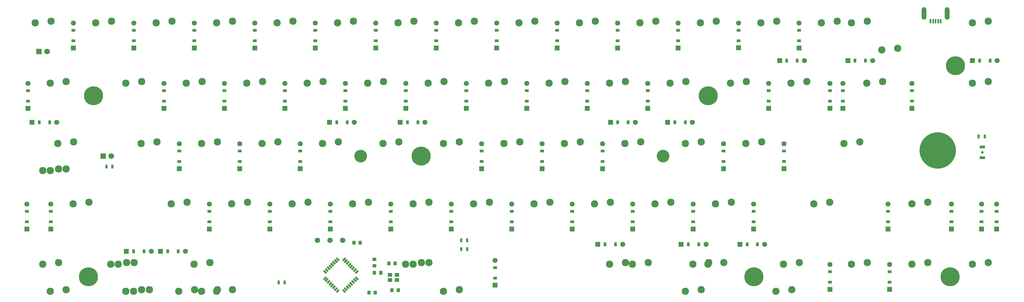
<source format=gbs>
G04 #@! TF.GenerationSoftware,KiCad,Pcbnew,(5.1.12)-1*
G04 #@! TF.CreationDate,2021-12-15T00:33:09-05:00*
G04 #@! TF.ProjectId,alps66,616c7073-3636-42e6-9b69-6361645f7063,F*
G04 #@! TF.SameCoordinates,Original*
G04 #@! TF.FileFunction,Soldermask,Bot*
G04 #@! TF.FilePolarity,Negative*
%FSLAX46Y46*%
G04 Gerber Fmt 4.6, Leading zero omitted, Abs format (unit mm)*
G04 Created by KiCad (PCBNEW (5.1.12)-1) date 2021-12-15 00:33:09*
%MOMM*%
%LPD*%
G01*
G04 APERTURE LIST*
%ADD10C,2.300000*%
%ADD11R,0.900000X1.200000*%
%ADD12R,1.600000X1.600000*%
%ADD13C,1.600000*%
%ADD14C,0.100000*%
%ADD15C,1.700000*%
%ADD16C,11.500000*%
%ADD17C,4.000000*%
%ADD18C,6.000000*%
%ADD19R,0.500000X1.400000*%
%ADD20O,1.500000X4.000000*%
%ADD21R,1.000000X1.250000*%
%ADD22R,0.700000X1.300000*%
%ADD23R,1.700000X0.900000*%
%ADD24C,0.800000*%
%ADD25R,1.400000X1.200000*%
%ADD26R,1.800000X1.800000*%
%ADD27C,1.800000*%
%ADD28R,1.200000X0.900000*%
%ADD29R,1.250000X1.000000*%
G04 APERTURE END LIST*
D10*
X223718750Y-110300000D03*
X228718750Y-109800000D03*
X242768750Y-110300000D03*
X247768750Y-109800000D03*
X247531250Y-110300000D03*
X252531250Y-109800000D03*
X152281250Y-110300000D03*
X157281250Y-109800000D03*
X154662500Y-110300000D03*
X159662500Y-109800000D03*
X97750000Y-118300000D03*
X92750000Y-118800000D03*
X92987500Y-118300000D03*
X87987500Y-118800000D03*
X85606250Y-110300000D03*
X90606250Y-109800000D03*
X71556250Y-118300000D03*
X66556250Y-118800000D03*
X69175000Y-118300000D03*
X64175000Y-118800000D03*
X61793750Y-110300000D03*
X66793750Y-109800000D03*
X42743750Y-72200000D03*
X47743750Y-71700000D03*
X45362500Y-80200000D03*
X40362500Y-80700000D03*
X45362500Y-118300000D03*
X40362500Y-118800000D03*
X292775000Y-34100000D03*
X297775000Y-33600000D03*
X271343750Y-110300000D03*
X276343750Y-109800000D03*
X216575000Y-110300000D03*
X221575000Y-109800000D03*
X207050000Y-34100000D03*
X212050000Y-33600000D03*
X188000000Y-34100000D03*
X193000000Y-33600000D03*
X197525000Y-53150000D03*
X202525000Y-52650000D03*
X183237500Y-72200000D03*
X188237500Y-71700000D03*
X164187500Y-72200000D03*
X169187500Y-71700000D03*
X173712500Y-91250000D03*
X178712500Y-90750000D03*
X154662500Y-91250000D03*
X159662500Y-90750000D03*
X245387500Y-118300000D03*
X240387500Y-118800000D03*
X168950000Y-34100000D03*
X173950000Y-33600000D03*
X149900000Y-34100000D03*
X154900000Y-33600000D03*
X178475000Y-53150000D03*
X183475000Y-52650000D03*
X159425000Y-53150000D03*
X164425000Y-52650000D03*
X145137500Y-72200000D03*
X150137500Y-71700000D03*
X135612500Y-91250000D03*
X140612500Y-90750000D03*
X116562500Y-91250000D03*
X121562500Y-90750000D03*
X169187500Y-118300000D03*
X164187500Y-118800000D03*
X130850000Y-34100000D03*
X135850000Y-33600000D03*
X111800000Y-34100000D03*
X116800000Y-33600000D03*
X140375000Y-53150000D03*
X145375000Y-52650000D03*
X121325000Y-53150000D03*
X126325000Y-52650000D03*
X126087500Y-72200000D03*
X131087500Y-71700000D03*
X107037500Y-72200000D03*
X112037500Y-71700000D03*
X97512500Y-91250000D03*
X102512500Y-90750000D03*
X85843750Y-118300000D03*
X80843750Y-118800000D03*
X92750000Y-34100000D03*
X97750000Y-33600000D03*
X73700000Y-34100000D03*
X78700000Y-33600000D03*
X102275000Y-53150000D03*
X107275000Y-52650000D03*
X83225000Y-53150000D03*
X88225000Y-52650000D03*
X87987500Y-72200000D03*
X92987500Y-71700000D03*
X78462500Y-91250000D03*
X83462500Y-90750000D03*
X59412500Y-110300000D03*
X64412500Y-109800000D03*
X54650000Y-34100000D03*
X59650000Y-33600000D03*
X35600000Y-34100000D03*
X40600000Y-33600000D03*
X64175000Y-53150000D03*
X69175000Y-52650000D03*
X40362500Y-53150000D03*
X45362500Y-52650000D03*
X68937500Y-72200000D03*
X73937500Y-71700000D03*
X42981250Y-80200000D03*
X37981250Y-80700000D03*
X47506250Y-91250000D03*
X52506250Y-90750000D03*
X37981250Y-110300000D03*
X42981250Y-109800000D03*
X330875000Y-110300000D03*
X335875000Y-109800000D03*
X307300000Y-42100000D03*
X302300000Y-42600000D03*
X283250000Y-34100000D03*
X288250000Y-33600000D03*
X273725000Y-53150000D03*
X278725000Y-52650000D03*
X297537500Y-53150000D03*
X302537500Y-52650000D03*
X290393750Y-72200000D03*
X295393750Y-71700000D03*
X311825000Y-91250000D03*
X316825000Y-90750000D03*
X280868750Y-91250000D03*
X285868750Y-90750000D03*
X311825000Y-110300000D03*
X316825000Y-109800000D03*
X330875000Y-53150000D03*
X335875000Y-52650000D03*
X264200000Y-34100000D03*
X269200000Y-33600000D03*
X254675000Y-53150000D03*
X259675000Y-52650000D03*
X235625000Y-53150000D03*
X240625000Y-52650000D03*
X259437500Y-72200000D03*
X264437500Y-71700000D03*
X240387500Y-72200000D03*
X245387500Y-71700000D03*
X249912500Y-91250000D03*
X254912500Y-90750000D03*
X230862500Y-91250000D03*
X235862500Y-90750000D03*
X292775000Y-110300000D03*
X297775000Y-109800000D03*
X330875000Y-34100000D03*
X335875000Y-33600000D03*
X245150000Y-34100000D03*
X250150000Y-33600000D03*
X226100000Y-34100000D03*
X231100000Y-33600000D03*
X216575000Y-53150000D03*
X221575000Y-52650000D03*
X221337500Y-72200000D03*
X226337500Y-71700000D03*
X202287500Y-72200000D03*
X207287500Y-71700000D03*
X211812500Y-91250000D03*
X216812500Y-90750000D03*
X192762500Y-91250000D03*
X197762500Y-90750000D03*
X273962500Y-118300000D03*
X268962500Y-118800000D03*
D11*
X80650000Y-106250000D03*
X77350000Y-106250000D03*
D12*
X75100000Y-106250000D03*
D13*
X82900000Y-106250000D03*
D14*
G36*
X137508999Y-114924937D02*
G01*
X137084735Y-115349201D01*
X136236207Y-114500673D01*
X136660471Y-114076409D01*
X137508999Y-114924937D01*
G37*
G36*
X136943313Y-115490622D02*
G01*
X136519049Y-115914886D01*
X135670521Y-115066358D01*
X136094785Y-114642094D01*
X136943313Y-115490622D01*
G37*
G36*
X136377628Y-116056308D02*
G01*
X135953364Y-116480572D01*
X135104836Y-115632044D01*
X135529100Y-115207780D01*
X136377628Y-116056308D01*
G37*
G36*
X135811943Y-116621993D02*
G01*
X135387679Y-117046257D01*
X134539151Y-116197729D01*
X134963415Y-115773465D01*
X135811943Y-116621993D01*
G37*
G36*
X135246257Y-117187679D02*
G01*
X134821993Y-117611943D01*
X133973465Y-116763415D01*
X134397729Y-116339151D01*
X135246257Y-117187679D01*
G37*
G36*
X134680572Y-117753364D02*
G01*
X134256308Y-118177628D01*
X133407780Y-117329100D01*
X133832044Y-116904836D01*
X134680572Y-117753364D01*
G37*
G36*
X134114886Y-118319049D02*
G01*
X133690622Y-118743313D01*
X132842094Y-117894785D01*
X133266358Y-117470521D01*
X134114886Y-118319049D01*
G37*
G36*
X133549201Y-118884735D02*
G01*
X133124937Y-119308999D01*
X132276409Y-118460471D01*
X132700673Y-118036207D01*
X133549201Y-118884735D01*
G37*
G36*
X130650063Y-119308999D02*
G01*
X130225799Y-118884735D01*
X131074327Y-118036207D01*
X131498591Y-118460471D01*
X130650063Y-119308999D01*
G37*
G36*
X130084378Y-118743313D02*
G01*
X129660114Y-118319049D01*
X130508642Y-117470521D01*
X130932906Y-117894785D01*
X130084378Y-118743313D01*
G37*
G36*
X129518692Y-118177628D02*
G01*
X129094428Y-117753364D01*
X129942956Y-116904836D01*
X130367220Y-117329100D01*
X129518692Y-118177628D01*
G37*
G36*
X128953007Y-117611943D02*
G01*
X128528743Y-117187679D01*
X129377271Y-116339151D01*
X129801535Y-116763415D01*
X128953007Y-117611943D01*
G37*
G36*
X128387321Y-117046257D02*
G01*
X127963057Y-116621993D01*
X128811585Y-115773465D01*
X129235849Y-116197729D01*
X128387321Y-117046257D01*
G37*
G36*
X127821636Y-116480572D02*
G01*
X127397372Y-116056308D01*
X128245900Y-115207780D01*
X128670164Y-115632044D01*
X127821636Y-116480572D01*
G37*
G36*
X127255951Y-115914886D02*
G01*
X126831687Y-115490622D01*
X127680215Y-114642094D01*
X128104479Y-115066358D01*
X127255951Y-115914886D01*
G37*
G36*
X126690265Y-115349201D02*
G01*
X126266001Y-114924937D01*
X127114529Y-114076409D01*
X127538793Y-114500673D01*
X126690265Y-115349201D01*
G37*
G36*
X127538793Y-112874327D02*
G01*
X127114529Y-113298591D01*
X126266001Y-112450063D01*
X126690265Y-112025799D01*
X127538793Y-112874327D01*
G37*
G36*
X128104479Y-112308642D02*
G01*
X127680215Y-112732906D01*
X126831687Y-111884378D01*
X127255951Y-111460114D01*
X128104479Y-112308642D01*
G37*
G36*
X128670164Y-111742956D02*
G01*
X128245900Y-112167220D01*
X127397372Y-111318692D01*
X127821636Y-110894428D01*
X128670164Y-111742956D01*
G37*
G36*
X129235849Y-111177271D02*
G01*
X128811585Y-111601535D01*
X127963057Y-110753007D01*
X128387321Y-110328743D01*
X129235849Y-111177271D01*
G37*
G36*
X129801535Y-110611585D02*
G01*
X129377271Y-111035849D01*
X128528743Y-110187321D01*
X128953007Y-109763057D01*
X129801535Y-110611585D01*
G37*
G36*
X130367220Y-110045900D02*
G01*
X129942956Y-110470164D01*
X129094428Y-109621636D01*
X129518692Y-109197372D01*
X130367220Y-110045900D01*
G37*
G36*
X130932906Y-109480215D02*
G01*
X130508642Y-109904479D01*
X129660114Y-109055951D01*
X130084378Y-108631687D01*
X130932906Y-109480215D01*
G37*
G36*
X131498591Y-108914529D02*
G01*
X131074327Y-109338793D01*
X130225799Y-108490265D01*
X130650063Y-108066001D01*
X131498591Y-108914529D01*
G37*
G36*
X132700673Y-109338793D02*
G01*
X132276409Y-108914529D01*
X133124937Y-108066001D01*
X133549201Y-108490265D01*
X132700673Y-109338793D01*
G37*
G36*
X133266358Y-109904479D02*
G01*
X132842094Y-109480215D01*
X133690622Y-108631687D01*
X134114886Y-109055951D01*
X133266358Y-109904479D01*
G37*
G36*
X133832044Y-110470164D02*
G01*
X133407780Y-110045900D01*
X134256308Y-109197372D01*
X134680572Y-109621636D01*
X133832044Y-110470164D01*
G37*
G36*
X134397729Y-111035849D02*
G01*
X133973465Y-110611585D01*
X134821993Y-109763057D01*
X135246257Y-110187321D01*
X134397729Y-111035849D01*
G37*
G36*
X134963415Y-111601535D02*
G01*
X134539151Y-111177271D01*
X135387679Y-110328743D01*
X135811943Y-110753007D01*
X134963415Y-111601535D01*
G37*
G36*
X135529100Y-112167220D02*
G01*
X135104836Y-111742956D01*
X135953364Y-110894428D01*
X136377628Y-111318692D01*
X135529100Y-112167220D01*
G37*
G36*
X136094785Y-112732906D02*
G01*
X135670521Y-112308642D01*
X136519049Y-111460114D01*
X136943313Y-111884378D01*
X136094785Y-112732906D01*
G37*
G36*
X136660471Y-113298591D02*
G01*
X136236207Y-112874327D01*
X137084735Y-112025799D01*
X137508999Y-112450063D01*
X136660471Y-113298591D01*
G37*
D15*
X132500000Y-102750000D03*
D16*
X319950000Y-74350000D03*
D17*
X138112500Y-76187500D03*
X233362500Y-76187500D03*
D18*
X247650000Y-57150000D03*
X157162500Y-76200000D03*
X52387500Y-114287500D03*
X323850000Y-114300000D03*
X262000000Y-114300000D03*
X325500000Y-47625000D03*
X54000000Y-57137500D03*
D19*
X317650000Y-33537500D03*
X318450000Y-33537500D03*
X319250000Y-33537500D03*
X320050000Y-33537500D03*
X320850000Y-33537500D03*
D20*
X315600000Y-31137500D03*
X322900000Y-31137500D03*
D15*
X128500000Y-102750000D03*
X124500000Y-102750000D03*
D21*
X136000000Y-103500000D03*
X138000000Y-103500000D03*
X148000000Y-118500000D03*
X150000000Y-118500000D03*
X147000000Y-110000000D03*
X149000000Y-110000000D03*
X140750000Y-119250000D03*
X142750000Y-119250000D03*
X142500000Y-113000000D03*
X144500000Y-113000000D03*
D22*
X171700000Y-102750000D03*
X169800000Y-102750000D03*
X171700000Y-105500000D03*
X169800000Y-105500000D03*
X114200000Y-116000000D03*
X112300000Y-116000000D03*
X58050000Y-79500000D03*
X59950000Y-79500000D03*
D23*
X334000000Y-73300000D03*
X334000000Y-76700000D03*
D24*
X334000000Y-75000000D03*
D25*
X147400000Y-113700000D03*
X149600000Y-113700000D03*
X149600000Y-115300000D03*
X147400000Y-115300000D03*
D22*
X332800000Y-70000000D03*
X334700000Y-70000000D03*
D26*
X36830000Y-43180000D03*
D27*
X39370000Y-43180000D03*
D26*
X57000000Y-76200000D03*
D27*
X59540000Y-76200000D03*
D13*
X265400000Y-104000000D03*
D12*
X257600000Y-104000000D03*
D11*
X259850000Y-104000000D03*
X263150000Y-104000000D03*
D13*
X204787500Y-91350000D03*
D12*
X204787500Y-99150000D03*
D28*
X204787500Y-96900000D03*
X204787500Y-93600000D03*
X223837500Y-93600000D03*
X223837500Y-96900000D03*
D12*
X223837500Y-99150000D03*
D13*
X223837500Y-91350000D03*
X214312500Y-72300000D03*
D12*
X214312500Y-80100000D03*
D28*
X214312500Y-77850000D03*
X214312500Y-74550000D03*
D13*
X224650000Y-65500000D03*
D12*
X216850000Y-65500000D03*
D11*
X219100000Y-65500000D03*
X222400000Y-65500000D03*
D28*
X228600000Y-55500000D03*
X228600000Y-58800000D03*
D12*
X228600000Y-61050000D03*
D13*
X228600000Y-53250000D03*
X238125000Y-34200000D03*
D12*
X238125000Y-42000000D03*
D28*
X238125000Y-39750000D03*
X238125000Y-36450000D03*
X257162500Y-36437500D03*
X257162500Y-39737500D03*
D12*
X257162500Y-41987500D03*
D13*
X257162500Y-34187500D03*
D11*
X336400000Y-46000000D03*
X333100000Y-46000000D03*
D12*
X330850000Y-46000000D03*
D13*
X338650000Y-46000000D03*
D28*
X286000000Y-112650000D03*
X286000000Y-115950000D03*
D12*
X286000000Y-118200000D03*
D13*
X286000000Y-110400000D03*
D28*
X242887500Y-93600000D03*
X242887500Y-96900000D03*
D12*
X242887500Y-99150000D03*
D13*
X242887500Y-91350000D03*
D28*
X261937500Y-93600000D03*
X261937500Y-96900000D03*
D12*
X261937500Y-99150000D03*
D13*
X261937500Y-91350000D03*
D28*
X252412500Y-74550000D03*
X252412500Y-77850000D03*
D12*
X252412500Y-80100000D03*
D13*
X252412500Y-72300000D03*
X271462500Y-72300000D03*
D12*
X271462500Y-80100000D03*
D28*
X271462500Y-77850000D03*
X271462500Y-74550000D03*
D11*
X240400000Y-65500000D03*
X237100000Y-65500000D03*
D12*
X234850000Y-65500000D03*
D13*
X242650000Y-65500000D03*
D28*
X266700000Y-55500000D03*
X266700000Y-58800000D03*
D12*
X266700000Y-61050000D03*
D13*
X266700000Y-53250000D03*
D28*
X276225000Y-36450000D03*
X276225000Y-39750000D03*
D12*
X276225000Y-42000000D03*
D13*
X276225000Y-34200000D03*
D28*
X338500000Y-93600000D03*
X338500000Y-96900000D03*
D12*
X338500000Y-99150000D03*
D13*
X338500000Y-91350000D03*
X304800000Y-110400000D03*
D12*
X304800000Y-118200000D03*
D28*
X304800000Y-115950000D03*
X304800000Y-112650000D03*
D13*
X304250000Y-91350000D03*
D12*
X304250000Y-99150000D03*
D28*
X304250000Y-96900000D03*
X304250000Y-93600000D03*
X324250000Y-93600000D03*
X324250000Y-96900000D03*
D12*
X324250000Y-99150000D03*
D13*
X324250000Y-91350000D03*
D28*
X290000000Y-55500000D03*
X290000000Y-58800000D03*
D12*
X290000000Y-61050000D03*
D13*
X290000000Y-53250000D03*
X286000000Y-53250000D03*
D12*
X286000000Y-61050000D03*
D28*
X286000000Y-58800000D03*
X286000000Y-55500000D03*
D11*
X275650000Y-46000000D03*
X272350000Y-46000000D03*
D12*
X270100000Y-46000000D03*
D13*
X277900000Y-46000000D03*
D11*
X297150000Y-46000000D03*
X293850000Y-46000000D03*
D12*
X291600000Y-46000000D03*
D13*
X299400000Y-46000000D03*
D28*
X311750000Y-55500000D03*
X311750000Y-58800000D03*
D12*
X311750000Y-61050000D03*
D13*
X311750000Y-53250000D03*
X333750000Y-91350000D03*
D12*
X333750000Y-99150000D03*
D28*
X333750000Y-96900000D03*
X333750000Y-93600000D03*
X33000000Y-93600000D03*
X33000000Y-96900000D03*
D12*
X33000000Y-99150000D03*
D13*
X33000000Y-91350000D03*
D28*
X40481250Y-93600000D03*
X40481250Y-96900000D03*
D12*
X40481250Y-99150000D03*
D13*
X40481250Y-91350000D03*
D11*
X40150000Y-65500000D03*
X36850000Y-65500000D03*
D12*
X34600000Y-65500000D03*
D13*
X42400000Y-65500000D03*
X80962500Y-72300000D03*
D12*
X80962500Y-80100000D03*
D28*
X80962500Y-77850000D03*
X80962500Y-74550000D03*
D13*
X33337500Y-53250000D03*
D12*
X33337500Y-61050000D03*
D28*
X33337500Y-58800000D03*
X33337500Y-55500000D03*
X76200000Y-55500000D03*
X76200000Y-58800000D03*
D12*
X76200000Y-61050000D03*
D13*
X76200000Y-53250000D03*
D28*
X47625000Y-36450000D03*
X47625000Y-39750000D03*
D12*
X47625000Y-42000000D03*
D13*
X47625000Y-34200000D03*
X66675000Y-34200000D03*
D12*
X66675000Y-42000000D03*
D28*
X66675000Y-39750000D03*
X66675000Y-36450000D03*
D13*
X220650000Y-104000000D03*
D12*
X212850000Y-104000000D03*
D11*
X215100000Y-104000000D03*
X218400000Y-104000000D03*
D13*
X72150000Y-106250000D03*
D12*
X64350000Y-106250000D03*
D11*
X66600000Y-106250000D03*
X69900000Y-106250000D03*
D13*
X90487500Y-91350000D03*
D12*
X90487500Y-99150000D03*
D28*
X90487500Y-96900000D03*
X90487500Y-93600000D03*
D13*
X100012500Y-72300000D03*
D12*
X100012500Y-80100000D03*
D28*
X100012500Y-77850000D03*
X100012500Y-74550000D03*
D13*
X95250000Y-53250000D03*
D12*
X95250000Y-61050000D03*
D28*
X95250000Y-58800000D03*
X95250000Y-55500000D03*
X114300000Y-55500000D03*
X114300000Y-58800000D03*
D12*
X114300000Y-61050000D03*
D13*
X114300000Y-53250000D03*
D28*
X85725000Y-36450000D03*
X85725000Y-39750000D03*
D12*
X85725000Y-42000000D03*
D13*
X85725000Y-34200000D03*
D28*
X104775000Y-36450000D03*
X104775000Y-39750000D03*
D12*
X104775000Y-42000000D03*
D13*
X104775000Y-34200000D03*
D28*
X109537500Y-93600000D03*
X109537500Y-96900000D03*
D12*
X109537500Y-99150000D03*
D13*
X109537500Y-91350000D03*
X119062500Y-72300000D03*
D12*
X119062500Y-80100000D03*
D28*
X119062500Y-77850000D03*
X119062500Y-74550000D03*
D11*
X133900000Y-65500000D03*
X130600000Y-65500000D03*
D12*
X128350000Y-65500000D03*
D13*
X136150000Y-65500000D03*
X133350000Y-53250000D03*
D12*
X133350000Y-61050000D03*
D28*
X133350000Y-58800000D03*
X133350000Y-55500000D03*
D13*
X152400000Y-53250000D03*
D12*
X152400000Y-61050000D03*
D28*
X152400000Y-58800000D03*
X152400000Y-55500000D03*
D13*
X123825000Y-34200000D03*
D12*
X123825000Y-42000000D03*
D28*
X123825000Y-39750000D03*
X123825000Y-36450000D03*
D13*
X142875000Y-34200000D03*
D12*
X142875000Y-42000000D03*
D28*
X142875000Y-39750000D03*
X142875000Y-36450000D03*
D13*
X180500000Y-109100000D03*
D12*
X180500000Y-116900000D03*
D28*
X180500000Y-114650000D03*
X180500000Y-111350000D03*
D13*
X128587500Y-91350000D03*
D12*
X128587500Y-99150000D03*
D28*
X128587500Y-96900000D03*
X128587500Y-93600000D03*
D13*
X147637500Y-91350000D03*
D12*
X147637500Y-99150000D03*
D28*
X147637500Y-96900000D03*
X147637500Y-93600000D03*
D13*
X158400000Y-65500000D03*
D12*
X150600000Y-65500000D03*
D11*
X152850000Y-65500000D03*
X156150000Y-65500000D03*
D13*
X171450000Y-53250000D03*
D12*
X171450000Y-61050000D03*
D28*
X171450000Y-58800000D03*
X171450000Y-55500000D03*
X190500000Y-55500000D03*
X190500000Y-58800000D03*
D12*
X190500000Y-61050000D03*
D13*
X190500000Y-53250000D03*
X161925000Y-34200000D03*
D12*
X161925000Y-42000000D03*
D28*
X161925000Y-39750000D03*
X161925000Y-36450000D03*
X180975000Y-36450000D03*
X180975000Y-39750000D03*
D12*
X180975000Y-42000000D03*
D13*
X180975000Y-34200000D03*
D11*
X244650000Y-104000000D03*
X241350000Y-104000000D03*
D12*
X239100000Y-104000000D03*
D13*
X246900000Y-104000000D03*
X166687500Y-91350000D03*
D12*
X166687500Y-99150000D03*
D28*
X166687500Y-96900000D03*
X166687500Y-93600000D03*
D13*
X185737500Y-91350000D03*
D12*
X185737500Y-99150000D03*
D28*
X185737500Y-96900000D03*
X185737500Y-93600000D03*
D13*
X176212500Y-72300000D03*
D12*
X176212500Y-80100000D03*
D28*
X176212500Y-77850000D03*
X176212500Y-74550000D03*
D13*
X195262500Y-72300000D03*
D12*
X195262500Y-80100000D03*
D28*
X195262500Y-77850000D03*
X195262500Y-74550000D03*
X209550000Y-55500000D03*
X209550000Y-58800000D03*
D12*
X209550000Y-61050000D03*
D13*
X209550000Y-53250000D03*
D28*
X200025000Y-36450000D03*
X200025000Y-39750000D03*
D12*
X200025000Y-42000000D03*
D13*
X200025000Y-34200000D03*
D28*
X219075000Y-36450000D03*
X219075000Y-39750000D03*
D12*
X219075000Y-42000000D03*
D13*
X219075000Y-34200000D03*
D29*
X142500000Y-108750000D03*
X142500000Y-110750000D03*
M02*

</source>
